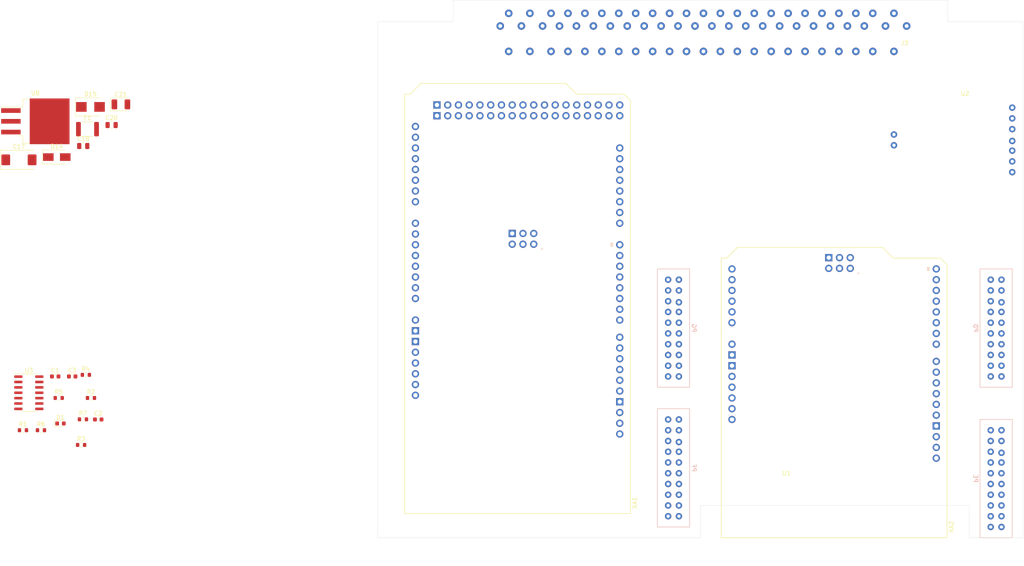
<source format=kicad_pcb>
(kicad_pcb (version 20211014) (generator pcbnew)
  (layers (0 "F.Cu" signal) (31 "B.Cu" signal) (34 "B.Paste" user) (35 "F.Paste" user) (36 "B.SilkS" user "B.Silkscreen") (37 "F.SilkS" user "F.Silkscreen") (38 "B.Mask" user) (39 "F.Mask" user) (44 "Edge.Cuts" user))
  (net 0 "")
  (net 1 "GND")
  (net 2 "12V-SW")
  (net 3 "VDD")
  (net 4 "VRegIn")
  (net 5 "VDDA")
  (net 267 "CANH")
  (net 268 "CANL")
  (net 269 "Net-(C1-Pad2)")
  (net 270 "Net-(C2-Pad2)")
  (net 271 "Net-(C3-Pad1)")
  (net 272 "T5_CPS")
  (net 273 "+3.3V")
  (net 274 "Net-(R3-Pad2)")
  (net 275 "MCU_CPS")
  (net 281 "MCU_IGN1")
  (net 282 "MCU_IGN2")
  (net 283 "MCU_IGN3")
  (net 284 "MCU_IGN4")
  (net 285 "MCU_INJ1")
  (net 286 "MCU_INJ2")
  (net 287 "MCU_INJ3")
  (net 288 "MCU_INJ4")
  (net 289 "Net-(D1-Pad1)")
  (footprint "Package_SO:SOIC-14_3.9x8.7mm_P1.27mm" (layer "F.Cu") (at -41.79 115.61)
    (fp_text reference "U3" (at 0 -5.28) (layer "F.SilkS"))
    (fp_text value "LM1815")
    (fp_line (start 0 4.435) (end 1.95 4.435) (layer "F.SilkS") (width 0.12))
    (fp_line (start 0 -4.435) (end 1.95 -4.435) (layer "F.SilkS") (width 0.12))
    (fp_line (start 0 -4.435) (end -3.45 -4.435) (layer "F.SilkS") (width 0.12))
    (fp_line (start 0 4.435) (end -1.95 4.435) (layer "F.SilkS") (width 0.12))
    (pad "1" smd roundrect (at -2.475 -3.81) (size 1.95 0.6) (layers "F.Cu" "F.Paste" "F.Mask"))
    (pad "2" smd roundrect (at -2.475 -2.54) (size 1.95 0.6) (layers "F.Cu" "F.Paste" "F.Mask") (net 1 "GND"))
    (pad "3" smd roundrect (at -2.475 -1.27) (size 1.95 0.6) (layers "F.Cu" "F.Paste" "F.Mask") (net 269 "Net-(C1-Pad2)"))
    (pad "4" smd roundrect (at -2.475 0) (size 1.95 0.6) (layers "F.Cu" "F.Paste" "F.Mask"))
    (pad "5" smd roundrect (at -2.475 1.27) (size 1.95 0.6) (layers "F.Cu" "F.Paste" "F.Mask") (net 274 "Net-(R3-Pad2)"))
    (pad "6" smd roundrect (at -2.475 2.54) (size 1.95 0.6) (layers "F.Cu" "F.Paste" "F.Mask"))
    (pad "7" smd roundrect (at -2.475 3.81) (size 1.95 0.6) (layers "F.Cu" "F.Paste" "F.Mask") (net 270 "Net-(C2-Pad2)"))
    (pad "8" smd roundrect (at 2.475 3.81) (size 1.95 0.6) (layers "F.Cu" "F.Paste" "F.Mask") (net 273 "+3.3V"))
    (pad "9" smd roundrect (at 2.475 2.54) (size 1.95 0.6) (layers "F.Cu" "F.Paste" "F.Mask") (net 1 "GND"))
    (pad "10" smd roundrect (at 2.475 1.27) (size 1.95 0.6) (layers "F.Cu" "F.Paste" "F.Mask"))
    (pad "11" smd roundrect (at 2.475 0) (size 1.95 0.6) (layers "F.Cu" "F.Paste" "F.Mask") (net 273 "+3.3V"))
    (pad "12" smd roundrect (at 2.475 -1.27) (size 1.95 0.6) (layers "F.Cu" "F.Paste" "F.Mask") (net 275 "MCU_CPS"))
    (pad "13" smd roundrect (at 2.475 -2.54) (size 1.95 0.6) (layers "F.Cu" "F.Paste" "F.Mask"))
    (pad "14" smd roundrect (at 2.475 -3.81) (size 1.95 0.6) (layers "F.Cu" "F.Paste" "F.Mask") (net 271 "Net-(C3-Pad1)"))
  )
  (footprint "Resistor_SMD:R_0603_1608Metric" (layer "F.Cu") (at -29.442742 127.935)
    (fp_text reference "R3" (at 0 -1.43) (layer "F.SilkS"))
    (fp_text value "1k")
    (fp_line (start -0.237258 0.5225) (end 0.237258 0.5225) (layer "F.SilkS") (width 0.12))
    (fp_line (start -0.237258 -0.5225) (end 0.237258 -0.5225) (layer "F.SilkS") (width 0.12))
    (pad "1" smd roundrect (at -0.825 0) (size 0.8 0.95) (layers "F.Cu" "F.Paste" "F.Mask") (net 273 "+3.3V"))
    (pad "2" smd roundrect (at 0.825 0) (size 0.8 0.95) (layers "F.Cu" "F.Paste" "F.Mask") (net 274 "Net-(R3-Pad2)"))
  )
  (footprint "LED_SMD:LED_0603_1608Metric" (layer "F.Cu") (at -34.32 122.87)
    (fp_text reference "D1" (at 0 -1.43) (layer "F.SilkS"))
    (fp_text value "LED")
    (fp_line (start -1.485 0.735) (end 0.8 0.735) (layer "F.SilkS") (width 0.12))
    (fp_line (start -1.485 -0.735) (end -1.485 0.735) (layer "F.SilkS") (width 0.12))
    (fp_line (start 0.8 -0.735) (end -1.485 -0.735) (layer "F.SilkS") (width 0.12))
    (pad "1" smd roundrect (at -0.7875 0) (size 0.875 0.95) (layers "F.Cu" "F.Paste" "F.Mask") (net 289 "Net-(D1-Pad1)"))
    (pad "2" smd roundrect (at 0.7875 0) (size 0.875 0.95) (layers "F.Cu" "F.Paste" "F.Mask") (net 273 "+3.3V"))
  )
  (footprint "Capacitor_SMD:C_0603_1608Metric" (layer "F.Cu") (at -31.55 111.76)
    (fp_text reference "C3" (at 0 -1.43) (layer "F.SilkS"))
    (fp_text value "0.75nF")
    (fp_line (start -0.14058 -0.51) (end 0.14058 -0.51) (layer "F.SilkS") (width 0.12))
    (fp_line (start -0.14058 0.51) (end 0.14058 0.51) (layer "F.SilkS") (width 0.12))
    (pad "1" smd roundrect (at -0.775 0) (size 0.9 0.95) (layers "F.Cu" "F.Paste" "F.Mask") (net 271 "Net-(C3-Pad1)"))
    (pad "2" smd roundrect (at 0.775 0) (size 0.9 0.95) (layers "F.Cu" "F.Paste" "F.Mask") (net 1 "GND"))
  )
  (footprint "Capacitor_Tantalum_SMD:CP_EIA-7343-31_Kemet-D" (layer "F.Cu") (at -44.135 60.59)
    (fp_text reference "C17" (at 0 -3.1) (layer "F.SilkS"))
    (fp_text value "10uF")
    (fp_line (start -4.41 -2.26) (end -4.41 2.26) (layer "F.SilkS") (width 0.12))
    (fp_line (start 3.65 -2.26) (end -4.41 -2.26) (layer "F.SilkS") (width 0.12))
    (fp_line (start -4.41 2.26) (end 3.65 2.26) (layer "F.SilkS") (width 0.12))
    (pad "1" smd roundrect (at -3.1125 0) (size 2.075 2.55) (layers "F.Cu" "F.Paste" "F.Mask") (roundrect_rratio 0.120482) (net 4 "VRegIn"))
    (pad "2" smd roundrect (at 3.1125 0) (size 2.075 2.55) (layers "F.Cu" "F.Paste" "F.Mask") (roundrect_rratio 0.120482) (net 1 "GND"))
  )
  (footprint "saab_lib:trionic5_header" (layer "F.Cu") (at 162.56 34.98 180)
    (fp_text reference "J3" (at -2.54 1.96 unlocked) (layer "F.SilkS"))
    (fp_text value "trionic5_header")
    (pad "1" thru_hole circle (at 0 0 180) (size 1.8 1.8) (drill 0.9) (layers *.Cu *.Mask))
    (pad "2" thru_hole circle (at 5 0 180) (size 1.8 1.8) (drill 0.9) (layers *.Cu *.Mask))
    (pad "3" thru_hole circle (at 9 0 180) (size 1.8 1.8) (drill 0.9) (layers *.Cu *.Mask))
    (pad "4" thru_hole circle (at 13 0 180) (size 1.8 1.8) (drill 0.9) (layers *.Cu *.Mask))
    (pad "5" thru_hole circle (at 17 0 180) (size 1.8 1.8) (drill 0.9) (layers *.Cu *.Mask))
    (pad "6" thru_hole circle (at 21 0 180) (size 1.8 1.8) (drill 0.9) (layers *.Cu *.Mask))
    (pad "7" thru_hole circle (at 25 0 180) (size 1.8 1.8) (drill 0.9) (layers *.Cu *.Mask))
    (pad "8" thru_hole circle (at 29 0 180) (size 1.8 1.8) (drill 0.9) (layers *.Cu *.Mask))
    (pad "9" thru_hole circle (at 33 0 180) (size 1.8 1.8) (drill 0.9) (layers *.Cu *.Mask))
    (pad "10" thru_hole circle (at 37 0 180) (size 1.8 1.8) (drill 0.9) (layers *.Cu *.Mask))
    (pad "11" thru_hole circle (at 41 0 180) (size 1.8 1.8) (drill 0.9) (layers *.Cu *.Mask))
    (pad "12" thru_hole circle (at 45 0 180) (size 1.8 1.8) (drill 0.9) (layers *.Cu *.Mask))
    (pad "13" thru_hole circle (at 49 0 180) (size 1.8 1.8) (drill 0.9) (layers *.Cu *.Mask))
    (pad "14" thru_hole circle (at 53 0 180) (size 1.8 1.8) (drill 0.9) (layers *.Cu *.Mask))
    (pad "15" thru_hole circle (at 57 0 180) (size 1.8 1.8) (drill 0.9) (layers *.Cu *.Mask))
    (pad "16" thru_hole circle (at 61 0 180) (size 1.8 1.8) (drill 0.9) (layers *.Cu *.Mask))
    (pad "17" thru_hole circle (at 65 0 180) (size 1.8 1.8) (drill 0.9) (layers *.Cu *.Mask))
    (pad "18" thru_hole circle (at 69 0 180) (size 1.8 1.8) (drill 0.9) (layers *.Cu *.Mask))
    (pad "19" thru_hole circle (at 73 0 180) (size 1.8 1.8) (drill 0.9) (layers *.Cu *.Mask))
    (pad "20" thru_hole circle (at 77 0 180) (size 1.8 1.8) (drill 0.9) (layers *.Cu *.Mask))
    (pad "21" thru_hole circle (at 81 0 180) (size 1.8 1.8) (drill 0.9) (layers *.Cu *.Mask))
    (pad "22" thru_hole circle (at 86 0 180) (size 1.8 1.8) (drill 0.9) (layers *.Cu *.Mask))
    (pad "23" thru_hole circle (at 91 0 180) (size 1.8 1.8) (drill 0.9) (layers *.Cu *.Mask))
    (pad "24" thru_hole circle (at -3 6 180) (size 1.8 1.8) (drill 0.9) (layers *.Cu *.Mask))
    (pad "25" thru_hole circle (at 2 6 180) (size 1.8 1.8) (drill 0.9) (layers *.Cu *.Mask))
    (pad "26" thru_hole circle (at 7 6 180) (size 1.8 1.8) (drill 0.9) (layers *.Cu *.Mask))
    (pad "27" thru_hole circle (at 11 6 180) (size 1.8 1.8) (drill 0.9) (layers *.Cu *.Mask))
    (pad "28" thru_hole circle (at 15 6 180) (size 1.8 1.8) (drill 0.9) (layers *.Cu *.Mask))
    (pad "29" thru_hole circle (at 19 6 180) (size 1.8 1.8) (drill 0.9) (layers *.Cu *.Mask))
    (pad "30" thru_hole circle (at 23 6 180) (size 1.8 1.8) (drill 0.9) (layers *.Cu *.Mask))
    (pad "31" thru_hole circle (at 27 6 180) (size 1.8 1.8) (drill 0.9) (layers *.Cu *.Mask))
    (pad "32" thru_hole circle (at 31 6 180) (size 1.8 1.8) (drill 0.9) (layers *.Cu *.Mask))
    (pad "33" thru_hole circle (at 35 6 180) (size 1.8 1.8) (drill 0.9) (layers *.Cu *.Mask))
    (pad "34" thru_hole circle (at 39 6 180) (size 1.8 1.8) (drill 0.9) (layers *.Cu *.Mask))
    (pad "35" thru_hole circle (at 43 6 180) (size 1.8 1.8) (drill 0.9) (layers *.Cu *.Mask))
    (pad "36" thru_hole circle (at 47 6 180) (size 1.8 1.8) (drill 0.9) (layers *.Cu *.Mask))
    (pad "37" thru_hole circle (at 51 6 180) (size 1.8 1.8) (drill 0.9) (layers *.Cu *.Mask))
    (pad "38" thru_hole circle (at 55 6 180) (size 1.8 1.8) (drill 0.9) (layers *.Cu *.Mask))
    (pad "39" thru_hole circle (at 59 6 180) (size 1.8 1.8) (drill 0.9) (layers *.Cu *.Mask))
    (pad "40" thru_hole circle (at 63 6 180) (size 1.8 1.8) (drill 0.9) (layers *.Cu *.Mask))
    (pad "41" thru_hole circle (at 67 6 180) (size 1.8 1.8) (drill 0.9) (layers *.Cu *.Mask))
    (pad "42" thru_hole circle (at 71 6 180) (size 1.8 1.8) (drill 0.9) (layers *.Cu *.Mask))
    (pad "43" thru_hole circle (at 75 6 180) (size 1.8 1.8) (drill 0.9) (layers *.Cu *.Mask))
    (pad "44" thru_hole circle (at 79 6 180) (size 1.8 1.8) (drill 0.9) (layers *.Cu *.Mask))
    (pad "45" thru_hole circle (at 83 6 180) (size 1.8 1.8) (drill 0.9) (layers *.Cu *.Mask))
    (pad "46" thru_hole circle (at 88 6 180) (size 1.8 1.8) (drill 0.9) (layers *.Cu *.Mask))
    (pad "47" thru_hole circle (at 93 6 180) (size 1.8 1.8) (drill 0.9) (layers *.Cu *.Mask))
    (pad "48" thru_hole circle (at 0 9 180) (size 1.8 1.8) (drill 0.9) (layers *.Cu *.Mask))
    (pad "49" thru_hole circle (at 5 9 180) (size 1.8 1.8) (drill 0.9) (layers *.Cu *.Mask))
    (pad "50" thru_hole circle (at 9 9 180) (size 1.8 1.8) (drill 0.9) (layers *.Cu *.Mask))
    (pad "51" thru_hole circle (at 13 9 180) (size 1.8 1.8) (drill 0.9) (layers *.Cu *.Mask))
    (pad "52" thru_hole circle (at 17 9 180) (size 1.8 1.8) (drill 0.9) (layers *.Cu *.Mask))
    (pad "53" thru_hole circle (at 21 9 180) (size 1.8 1.8) (drill 0.9) (layers *.Cu *.Mask))
    (pad "54" thru_hole circle (at 25 9 180) (size 1.8 1.8) (drill 0.9) (layers *.Cu *.Mask))
    (pad "55" thru_hole circle (at 29 9 180) (size 1.8 1.8) (drill 0.9) (layers *.Cu *.Mask))
    (pad "56" thru_hole circle (at 33 9 180) (size 1.8 1.8) (drill 0.9) (layers *.Cu *.Mask))
    (pad "57" thru_hole circle (at 37 9 180) (size 1.8 1.8) (drill 0.9) (layers *.Cu *.Mask))
    (pad "58" thru_hole circle (at 41 9 180) (size 1.8 1.8) (drill 0.9) (layers *.Cu *.Mask))
    (pad "59" thru_hole circle (at 45 9 180) (size 1.8 1.8) (drill 0.9) (layers *.Cu *.Mask))
    (pad "60" thru_hole circle (at 49 9 180) (size 1.8 1.8) (drill 0.9) (layers *.Cu *.Mask))
    (pad "61" thru_hole circle (at 53 9 180) (size 1.8 1.8) (drill 0.9) (layers *.Cu *.Mask))
    (pad "62" thru_hole circle (at 57 9 180) (size 1.8 1.8) (drill 0.9) (layers *.Cu *.Mask) (net 267 "CANH"))
    (pad "63" thru_hole circle (at 61 9 180) (size 1.8 1.8) (drill 0.9) (layers *.Cu *.Mask) (net 268 "CANL"))
    (pad "64" thru_hole circle (at 65 9 180) (size 1.8 1.8) (drill 0.9) (layers *.Cu *.Mask))
    (pad "65" thru_hole circle (at 69 9 180) (size 1.8 1.8) (drill 0.9) (layers *.Cu *.Mask))
    (pad "66" thru_hole circle (at 73 9 180) (size 1.8 1.8) (drill 0.9) (layers *.Cu *.Mask))
    (pad "67" thru_hole circle (at 77 9 180) (size 1.8 1.8) (drill 0.9) (layers *.Cu *.Mask))
    (pad "68" thru_hole circle (at 81 9 180) (size 1.8 1.8) (drill 0.9) (layers *.Cu *.Mask))
    (pad "69" thru_hole circle (at 86 9 180) (size 1.8 1.8) (drill 0.9) (layers *.Cu *.Mask))
    (pad "70" thru_hole circle (at 91 9 180) (size 1.8 1.8) (drill 0.9) (layers *.Cu *.Mask))
  )
  (footprint "Capacitor_Tantalum_SMD:CP_EIA-3528-21_Kemet-B" (layer "F.Cu") (at -20.045 47.49)
    (fp_text reference "C21" (at 0 -2.35) (layer "F.SilkS"))
    (fp_text value "47uF")
    (fp_line (start -2.46 -1.51) (end -2.46 1.51) (layer "F.SilkS") (width 0.12))
    (fp_line (start 1.75 -1.51) (end -2.46 -1.51) (layer "F.SilkS") (width 0.12))
    (fp_line (start -2.46 1.51) (end 1.75 1.51) (layer "F.SilkS") (width 0.12))
    (pad "1" smd roundrect (at -1.5375 0) (size 1.325 2.35) (layers "F.Cu" "F.Paste" "F.Mask") (roundrect_rratio 0.188679) (net 3 "VDD"))
    (pad "2" smd roundrect (at 1.5375 0) (size 1.325 2.35) (layers "F.Cu" "F.Paste" "F.Mask") (roundrect_rratio 0.188679) (net 1 "GND"))
  )
  (footprint "Package_TO_SOT_SMD:TO-263-3_TabPin2" (layer "F.Cu") (at -40.26 51.49)
    (fp_text reference "U8" (at 0 -6.65) (layer "F.SilkS"))
    (fp_text value "LM2940S-5.0/NOPB")
    (fp_line (start -1.45 5.2) (end -2.95 5.2) (layer "F.SilkS") (width 0.12))
    (fp_line (start -2.95 5.2) (end -2.95 3.39) (layer "F.SilkS") (width 0.12))
    (fp_line (start -2.95 3.39) (end -4.05 3.39) (layer "F.SilkS") (width 0.12))
    (fp_line (start -2.95 -5.2) (end -2.95 -3.39) (layer "F.SilkS") (width 0.12))
    (fp_line (start -2.95 -3.39) (end -8.075 -3.39) (layer "F.SilkS") (width 0.12))
    (fp_line (start -1.45 -5.2) (end -2.95 -5.2) (layer "F.SilkS") (width 0.12))
    (pad "1" smd rect (at -5.775 -2.54) (size 4.6 1.1) (layers "F.Cu" "F.Paste" "F.Mask") (net 4 "VRegIn"))
    (pad "2" smd rect (at -5.775 0) (size 4.6 1.1) (layers "F.Cu" "F.Paste" "F.Mask") (net 1 "GND"))
    (pad "2" smd rect (at 3.375 0) (size 9.4 10.8) (layers "F.Cu" "F.Mask") (net 1 "GND"))
    (pad "3" smd rect (at -5.775 2.54) (size 4.6 1.1) (layers "F.Cu" "F.Paste" "F.Mask") (net 3 "VDD"))
  )
  (footprint "Resistor_SMD:R_0603_1608Metric" (layer "F.Cu") (at -38.925 124.46)
    (fp_text reference "R6" (at 0 -1.43) (layer "F.SilkS"))
    (fp_text value "10k")
    (fp_line (start -0.237258 -0.5225) (end 0.237258 -0.5225) (layer "F.SilkS") (width 0.12))
    (fp_line (start -0.237258 0.5225) (end 0.237258 0.5225) (layer "F.SilkS") (width 0.12))
    (pad "1" smd roundrect (at -0.825 0) (size 0.8 0.95) (layers "F.Cu" "F.Paste" "F.Mask") (net 273 "+3.3V"))
    (pad "2" smd roundrect (at 0.825 0) (size 0.8 0.95) (layers "F.Cu" "F.Paste" "F.Mask") (net 271 "Net-(C3-Pad1)"))
  )
  (footprint "Resistor_SMD:R_0603_1608Metric" (layer "F.Cu") (at -29.01 121.88)
    (fp_text reference "R7" (at 0 -1.43) (layer "F.SilkS"))
    (fp_text value "1k")
    (fp_line (start -0.237258 -0.5225) (end 0.237258 -0.5225) (layer "F.SilkS") (width 0.12))
    (fp_line (start -0.237258 0.5225) (end 0.237258 0.5225) (layer "F.SilkS") (width 0.12))
    (pad "1" smd roundrect (at -0.825 0) (size 0.8 0.95) (layers "F.Cu" "F.Paste" "F.Mask") (net 275 "MCU_CPS"))
    (pad "2" smd roundrect (at 0.825 0) (size 0.8 0.95) (layers "F.Cu" "F.Paste" "F.Mask") (net 289 "Net-(D1-Pad1)"))
  )
  (footprint "Fuse:Fuse_1812_4532Metric" (layer "F.Cu") (at -27.94 53.34)
    (fp_text reference "F1" (at 0 -2.65) (layer "F.SilkS"))
    (fp_text value "Polyfuse")
    (fp_line (start -1.386252 1.71) (end 1.386252 1.71) (layer "F.SilkS") (width 0.12))
    (fp_line (start -1.386252 -1.71) (end 1.386252 -1.71) (layer "F.SilkS") (width 0.12))
    (pad "1" smd roundrect (at -2.1375 0) (size 1.125 3.4) (layers "F.Cu" "F.Paste" "F.Mask") (roundrect_rratio 0.222222) (net 5 "VDDA"))
    (pad "2" smd roundrect (at 2.1375 0) (size 1.125 3.4) (layers "F.Cu" "F.Paste" "F.Mask") (roundrect_rratio 0.222222) (net 3 "VDD"))
  )
  (footprint "Capacitor_SMD:C_0805_2012Metric" (layer "F.Cu") (at -22.24 52.37)
    (fp_text reference "C20" (at 0 -1.68) (layer "F.SilkS"))
    (fp_text value "0.1uF")
    (fp_line (start -0.261252 0.735) (end 0.261252 0.735) (layer "F.SilkS") (width 0.12))
    (fp_line (start -0.261252 -0.735) (end 0.261252 -0.735) (layer "F.SilkS") (width 0.12))
    (pad "1" smd roundrect (at -0.95 0) (size 1 1.45) (layers "F.Cu" "F.Paste" "F.Mask") (net 3 "VDD"))
    (pad "2" smd roundrect (at 0.95 0) (size 1 1.45) (layers "F.Cu" "F.Paste" "F.Mask") (net 1 "GND"))
  )
  (footprint "Capacitor_SMD:C_0603_1608Metric" (layer "F.Cu") (at -25.4 121.92)
    (fp_text reference "C2" (at 0 -1.43) (layer "F.SilkS"))
    (fp_text value "10nF")
    (fp_line (start -0.14058 0.51) (end 0.14058 0.51) (layer "F.SilkS") (width 0.12))
    (fp_line (start -0.14058 -0.51) (end 0.14058 -0.51) (layer "F.SilkS") (width 0.12))
    (pad "1" smd roundrect (at -0.775 0) (size 0.9 0.95) (layers "F.Cu" "F.Paste" "F.Mask") (net 1 "GND"))
    (pad "2" smd roundrect (at 0.775 0) (size 0.9 0.95) (layers "F.Cu" "F.Paste" "F.Mask") (net 270 "Net-(C2-Pad2)"))
  )
  (footprint "Capacitor_SMD:C_0603_1608Metric" (layer "F.Cu") (at -35.56 111.76)
    (fp_text reference "C1" (at 0 -1.43) (layer "F.SilkS"))
    (fp_text value "1nF")
    (fp_line (start -0.14058 0.51) (end 0.14058 0.51) (layer "F.SilkS") (width 0.12))
    (fp_line (start -0.14058 -0.51) (end 0.14058 -0.51) (layer "F.SilkS") (width 0.12))
    (pad "1" smd roundrect (at -0.775 0) (size 0.9 0.95) (layers "F.Cu" "F.Paste" "F.Mask") (net 1 "GND"))
    (pad "2" smd roundrect (at 0.775 0) (size 0.9 0.95) (layers "F.Cu" "F.Paste" "F.Mask") (net 269 "Net-(C1-Pad2)"))
  )
  (footprint "Resistor_SMD:R_0603_1608Metric" (layer "F.Cu") (at -27.115 116.84)
    (fp_text reference "R2" (at 0 -1.43) (layer "F.SilkS"))
    (fp_text value "68k")
    (fp_line (start -0.237258 0.5225) (end 0.237258 0.5225) (layer "F.SilkS") (width 0.12))
    (fp_line (start -0.237258 -0.5225) (end 0.237258 -0.5225) (layer "F.SilkS") (width 0.12))
    (pad "1" smd roundrect (at -0.825 0) (size 0.8 0.95) (layers "F.Cu" "F.Paste" "F.Mask") (net 272 "T5_CPS"))
    (pad "2" smd roundrect (at 0.825 0) (size 0.8 0.95) (layers "F.Cu" "F.Paste" "F.Mask") (net 269 "Net-(C1-Pad2)"))
  )
  (footprint "Diode_SMD:D_SMB" (layer "F.Cu") (at -27.24 48.09)
    (fp_text reference "D15" (at 0 -3) (layer "F.SilkS"))
    (fp_text value "D_TVS")
    (fp_line (start -3.55 -2.15) (end -3.55 2.15) (layer "F.SilkS") (width 0.12))
    (fp_line (start -3.55 -2.15) (end 2.15 -2.15) (layer "F.SilkS") (width 0.12))
    (fp_line (start -3.55 2.15) (end 2.15 2.15) (layer "F.SilkS") (width 0.12))
    (pad "1" smd rect (at -2.15 0) (size 2.5 2.3) (layers "F.Cu" "F.Paste" "F.Mask") (net 4 "VRegIn"))
    (pad "2" smd rect (at 2.15 0) (size 2.5 2.3) (layers "F.Cu" "F.Paste" "F.Mask") (net 1 "GND"))
  )
  (footprint "Resistor_SMD:R_0603_1608Metric" (layer "F.Cu") (at -28.32 111.38)
    (fp_text reference "R4" (at 0 -1.43) (layer "F.SilkS"))
    (fp_text value "100k")
    (fp_line (start -0.237258 0.5225) (end 0.237258 0.5225) (layer "F.SilkS") (width 0.12))
    (fp_line (start -0.237258 -0.5225) (end 0.237258 -0.5225) (layer "F.SilkS") (width 0.12))
    (pad "1" smd roundrect (at -0.825 0) (size 0.8 0.95) (layers "F.Cu" "F.Paste" "F.Mask") (net 270 "Net-(C2-Pad2)"))
    (pad "2" smd roundrect (at 0.825 0) (size 0.8 0.95) (layers "F.Cu" "F.Paste" "F.Mask") (net 1 "GND"))
  )
  (footprint "Capacitor_SMD:C_0805_2012Metric" (layer "F.Cu") (at -28.94 57.32)
    (fp_text reference "C18" (at 0 -1.68) (layer "F.SilkS"))
    (fp_text value "0.1uF")
    (fp_line (start -0.261252 0.735) (end 0.261252 0.735) (layer "F.SilkS") (width 0.12))
    (fp_line (start -0.261252 -0.735) (end 0.261252 -0.735) (layer "F.SilkS") (width 0.12))
    (pad "1" smd roundrect (at -0.95 0) (size 1 1.45) (layers "F.Cu" "F.Paste" "F.Mask") (net 4 "VRegIn"))
    (pad "2" smd roundrect (at 0.95 0) (size 1 1.45) (layers "F.Cu" "F.Paste" "F.Mask") (net 1 "GND"))
  )
  (footprint "Diode_SMD:D_SMA" (layer "F.Cu") (at -35.19 59.94)
    (fp_text reference "D14" (at 0 -2.5) (layer "F.SilkS"))
    (fp_text value "B130-13-F")
    (fp_line (start -3.4 1.65) (end 2 1.65) (layer "F.SilkS") (width 0.12))
    (fp_line (start -3.4 -1.65) (end 2 -1.65) (layer "F.SilkS") (width 0.12))
    (fp_line (start -3.4 -1.65) (end -3.4 1.65) (layer "F.SilkS") (width 0.12))
    (pad "1" smd rect (at -2 0) (size 2.5 1.8) (layers "F.Cu" "F.Paste" "F.Mask") (net 4 "VRegIn"))
    (pad "2" smd rect (at 2 0) (size 2.5 1.8) (layers "F.Cu" "F.Paste" "F.Mask") (net 2 "12V-SW"))
  )
  (footprint "Resistor_SMD:R_0603_1608Metric" (layer "F.Cu") (at -43.18 124.46)
    (fp_text reference "R1" (at 0 -1.43) (layer "F.SilkS"))
    (fp_text value "1M")
    (fp_line (start -0.237258 -0.5225) (end 0.237258 -0.5225) (layer "F.SilkS") (width 0.12))
    (fp_line (start -0.237258 0.5225) (end 0.237258 0.5225) (layer "F.SilkS") (width 0.12))
    (pad "1" smd roundrect (at -0.825 0) (size 0.8 0.95) (layers "F.Cu" "F.Paste" "F.Mask") (net 269 "Net-(C1-Pad2)"))
    (pad "2" smd roundrect (at 0.825 0) (size 0.8 0.95) (layers "F.Cu" "F.Paste" "F.Mask") (net 1 "GND"))
  )
  (footprint "Resistor_SMD:R_0603_1608Metric" (layer "F.Cu") (at -34.735 116.84)
    (fp_text reference "R5" (at 0 -1.43) (layer "F.SilkS"))
    (fp_text value "10k")
    (fp_line (start -0.237258 -0.5225) (end 0.237258 -0.5225) (layer "F.SilkS") (width 0.12))
    (fp_line (start -0.237258 0.5225) (end 0.237258 0.5225) (layer "F.SilkS") (width 0.12))
    (pad "1" smd roundrect (at -0.825 0) (size 0.8 0.95) (layers "F.Cu" "F.Paste" "F.Mask") (net 273 "+3.3V"))
    (pad "2" smd roundrect (at 0.825 0) (size 0.8 0.95) (layers "F.Cu" "F.Paste" "F.Mask") (net 275 "MCU_CPS"))
  )
  (footprint "PCM_arduino-library:Arduino_Mega2560_Shield" (layer "B.Cu") (at 46.99 144.15 90)
    (fp_text reference "XA1" (at 2.54 54.356 90) (layer "F.SilkS"))
    (fp_text value "Arduino_Mega2560_Shield")
    (fp_text user "." (at 62.484 32.004 90) (layer "B.SilkS") (effects (justify mirror)))
    (fp_text user "D0" (at 63.5 48.895 270 unlocked) (layer "B.SilkS") (effects (font (size 0.5 0.5) (thickness 0.075)) (justify mirror)))
    (fp_text user "D0" (at 63.5 48.895 270 unlocked) (layer "F.SilkS") (effects (font (size 0.5 0.5) (thickness 0.075))))
    (fp_text user "." (at 62.484 32.004 90) (layer "F.SilkS"))
    (fp_line (start 99.06 0) (end 99.06 1.27) (layer "F.SilkS") (width 0.15))
    (fp_line (start 101.6 3.81) (end 101.6 38.1) (layer "F.SilkS") (width 0.15))
    (fp_line (start 97.536 53.34) (end 99.06 51.816) (layer "F.SilkS") (width 0.15))
    (fp_line (start 0 53.34) (end 0 0) (layer "F.SilkS") (width 0.15))
    (fp_line (start 101.6 38.1) (end 99.06 40.64) (layer "F.SilkS") (width 0.15))
    (fp_line (start 99.06 1.27) (end 101.6 3.81) (layer "F.SilkS") (width 0.15))
    (fp_line (start 99.06 40.64) (end 99.06 51.816) (layer "F.SilkS") (width 0.15))
    (fp_line (start 0 0) (end 99.06 0) (layer "F.SilkS") (width 0.15))
    (fp_line (start 0 53.34) (end 97.536 53.34) (layer "F.SilkS") (width 0.15))
    (pad "" np_thru_hole circle (at 66.04 35.56 90) (size 3.2 3.2) (drill 3.2) (layers *.Cu *.Mask))
    (pad "" np_thru_hole circle (at 66.04 7.62 90) (size 3.2 3.2) (drill 3.2) (layers *.Cu *.Mask))
    (pad "" np_thru_hole circle (at 90.17 50.8 90) (size 3.2 3.2) (drill 3.2) (layers *.Cu *.Mask))
    (pad "" np_thru_hole circle (at 96.52 2.54 90) (size 3.2 3.2) (drill 3.2) (layers *.Cu *.Mask))
    (pad "" thru_hole oval (at 27.94 2.54 90) (size 1.7272 1.7272) (drill 1.016) (layers *.Cu *.Mask))
    (pad "" np_thru_hole circle (at 15.24 50.8 90) (size 3.2 3.2) (drill 3.2) (layers *.Cu *.Mask))
    (pad "" np_thru_hole circle (at 13.97 2.54 90) (size 3.2 3.2) (drill 3.2) (layers *.Cu *.Mask))
    (pad "3V3" thru_hole oval (at 35.56 2.54 90) (size 1.7272 1.7272) (drill 1.016) (layers *.Cu *.Mask))
    (pad "5V1" thru_hole oval (at 38.1 2.54 90) (size 1.7272 1.7272) (drill 1.016) (layers *.Cu *.Mask))
    (pad "5V2" thru_hole oval (at 66.167 30.48 90) (size 1.7272 1.7272) (drill 1.016) (layers *.Cu *.Mask))
    (pad "5V3" thru_hole oval (at 93.98 50.8 90) (size 1.7272 1.7272) (drill 1.016) (layers *.Cu *.Mask))
    (pad "5V4" thru_hole oval (at 96.52 50.8 90) (size 1.7272 1.7272) (drill 1.016) (layers *.Cu *.Mask))
    (pad "A0" thru_hole oval (at 50.8 2.54 90) (size 1.7272 1.7272) (drill 1.016) (layers *.Cu *.Mask))
    (pad "A1" thru_hole oval (at 53.34 2.54 90) (size 1.7272 1.7272) (drill 1.016) (layers *.Cu *.Mask))
    (pad "A2" thru_hole oval (at 55.88 2.54 90) (size 1.7272 1.7272) (drill 1.016) (layers *.Cu *.Mask))
    (pad "A3" thru_hole oval (at 58.42 2.54 90) (size 1.7272 1.7272) (drill 1.016) (layers *.Cu *.Mask))
    (pad "A4" thru_hole oval (at 60.96 2.54 90) (size 1.7272 1.7272) (drill 1.016) (layers *.Cu *.Mask))
    (pad "A5" thru_hole oval (at 63.5 2.54 90) (size 1.7272 1.7272) (drill 1.016) (layers *.Cu *.Mask))
    (pad "A6" thru_hole oval (at 66.04 2.54 90) (size 1.7272 1.7272) (drill 1.016) (layers *.Cu *.Mask))
    (pad "A7" thru_hole oval (at 68.58 2.54 90) (size 1.7272 1.7272) (drill 1.016) (layers *.Cu *.Mask))
    (pad "A8" thru_hole oval (at 73.66 2.54 90) (size 1.7272 1.7272) (drill 1.016) (layers *.Cu *.Mask))
    (pad "A9" thru_hole oval (at 76.2 2.54 90) (size 1.7272 1.7272) (drill 1.016) (layers *.Cu *.Mask))
    (pad "A10" thru_hole oval (at 78.74 2.54 90) (size 1.7272 1.7272) (drill 1.016) (layers *.Cu *.Mask))
    (pad "A11" thru_hole oval (at 81.28 2.54 90) (size 1.7272 1.7272) (drill 1.016) (layers *.Cu *.Mask))
    (pad "A12" thru_hole oval (at 83.82 2.54 90) (size 1.7272 1.7272) (drill 1.016) (layers *.Cu *.Mask))
    (pad "A13" thru_hole oval (at 86.36 2.54 90) (size 1.7272 1.7272) (drill 1.016) (layers *.Cu *.Mask))
    (pad "A14" thru_hole oval (at 88.9 2.54 90) (size 1.7272 1.7272) (drill 1.016) (layers *.Cu *.Mask))
    (pad "A15" thru_hole oval (at 91.44 2.54 90) (size 1.7272 1.7272) (drill 1.016) (layers *.Cu *.Mask))
    (pad "AREF" thru_hole oval (at 23.876 50.8 90) (size 1.7272 1.7272) (drill 1.016) (layers *.Cu *.Mask))
    (pad "D0" thru_hole oval (at 63.5 50.8 90) (size 1.7272 1.7272) (drill 1.016) (layers *.Cu *.Mask))
    (pad "D1" thru_hole oval (at 60.96 50.8 90) (size 1.7272 1.7272) (drill 1.016) (layers *.Cu *.Mask))
    (pad "D2" thru_hole oval (at 58.42 50.8 90) (size 1.7272 1.7272) (drill 1.016) (layers *.Cu *.Mask))
    (pad "D3" thru_hole oval (at 55.88 50.8 90) (size 1.7272 1.7272) (drill 1.016) (layers *.Cu *.Mask) (net 275 "MCU_CPS"))
    (pad "D4" thru_hole oval (at 53.34 50.8 90) (size 1.7272 1.7272) (drill 1.016) (layers *.Cu *.Mask) (net 281 "MCU_IGN1"))
    (pad "D5" thru_hole oval (at 50.8 50.8 90) (size 1.7272 1.7272) (drill 1.016) (layers *.Cu *.Mask) (net 282 "MCU_IGN2"))
    (pad "D6" thru_hole oval (at 48.26 50.8 90) (size 1.7272 1.7272) (drill 1.016) (layers *.Cu *.Mask) (net 283 "MCU_IGN3"))
    (pad "D7" thru_hole oval (at 45.72 50.8 90) (size 1.7272 1.7272) (drill 1.016) (layers *.Cu *.Mask) (net 284 "MCU_IGN4"))
    (pad "D8" thru_hole oval (at 41.656 50.8 90) (size 1.7272 1.7272) (drill 1.016) (layers *.Cu *.Mask) (net 285 "MCU_INJ1"))
    (pad "D9" thru_hole oval (at 39.116 50.8 90) (size 1.7272 1.7272) (drill 1.016) (layers *.Cu *.Mask) (net 286 "MCU_INJ2"))
    (pad "D10" thru_hole oval (at 36.576 50.8 90) (size 1.7272 1.7272) (drill 1.016) (layers *.Cu *.Mask) (net 287 "MCU_INJ3"))
    (pad "D11" thru_hole oval (at 34.036 50.8 90) (size 1.7272 1.7272) (drill 1.016) (layers *.Cu *.Mask) (net 288 "MCU_INJ4"))
    (pad "D12" thru_hole oval (at 31.496 50.8 90) (size 1.7272 1.7272) (drill 1.016) (layers *.Cu *.Mask))
    (pad "D13" thru_hole oval (at 28.956 50.8 90) (size 1.7272 1.7272) (drill 1.016) (layers *.Cu *.Mask))
    (pad "D14" thru_hole oval (at 68.58 50.8 90) (size 1.7272 1.7272) (drill 1.016) (layers *.Cu *.Mask))
    (pad "D15" thru_hole oval (at 71.12 50.8 90) (size 1.7272 1.7272) (drill 1.016) (layers *.Cu *.Mask))
    (pad "D16" thru_hole oval (at 73.66 50.8 90) (size 1.7272 1.7272) (drill 1.016) (layers *.Cu *.Mask))
    (pad "D17" thru_hole oval (at 76.2 50.8 90) (size 1.7272 1.7272) (drill 1.016) (layers *.Cu *.Mask))
    (pad "D18" thru_hole oval (at 78.74 50.8 90) (size 1.7272 1.7272) (drill 1.016) (layers *.Cu *.Mask))
    (pad "D19" thru_hole oval (at 81.28 50.8 90) (size 1.7272 1.7272) (drill 1.016) (layers *.Cu *.Mask))
    (pad "D20" thru_hole oval (at 83.82 50.8 90) (size 1.7272 1.7272) (drill 1.016) (layers *.Cu *.Mask))
    (pad "D21" thru_hole oval (at 86.36 50.8 90) (size 1.7272 1.7272) (drill 1.016) (layers *.Cu *.Mask))
    (pad "D22" thru_hole oval (at 93.98 48.26 90) (size 1.7272 1.7272) (drill 1.016) (layers *.Cu *.Mask))
    (pad "D23" thru_hole oval (at 96.52 48.26 90) (size 1.7272 1.7272) (drill 1.016) (layers *.Cu *.Mask))
    (pad "D24" thru_hole oval (at 93.98 45.72 90) (size 1.7272 1.7272) (drill 1.016) (layers *.Cu *.Mask))
    (pad "D25" thru_hole oval (at 96.52 45.72 90) (size 1.7272 1.7272) (drill 1.016) (layers *.Cu *.Mask))
    (pad "D26" thru_hole oval (at 93.98 43.18 90) (size 1.7272 1.7272) (drill 1.016) (layers *.Cu *.Mask))
    (pad "D27" thru_hole oval (at 96.52 43.18 90) (size 1.7272 1.7272) (drill 1.016) (layers *.Cu *.Mask))
    (pad "D28" thru_hole oval (at 93.98 40.64 90) (size 1.7272 1.7272) (drill 1.016) (layers *.Cu *.Mask))
    (pad "D29" thru_hole oval (at 96.52 40.64 90) (size 1.7272 1.7272) (drill 1.016) (layers *.Cu *.Mask))
    (pad "D30" thru_hole oval (at 93.98 38.1 90) (size 1.7272 1.7272) (drill 1.016) (layers *.Cu *.Mask))
    (pad "D31" thru_hole oval (at 96.52 38.1 90) (size 1.7272 1.7272) (drill 1.016) (layers *.Cu *.Mask))
    (pad "D32" thru_hole oval (at 93.98 35.56 90) (size 1.7272 1.7272) (drill 1.016) (layers *.Cu *.Mask))
    (pad "D33" thru_hole oval (at 96.52 35.56 90) (size 1.7272 1.7272) (drill 1.016) (layers *.Cu *.Mask))
    (pad "D34" thru_hole oval (at 93.98 33.02 90) (size 1.7272 1.7272) (drill 1.016) (layers *.Cu *.Mask))
    (pad "D35" thru_hole oval (at 96.52 33.02 90) (size 1.7272 1.7272) (drill 1.016) (layers *.Cu *.Mask))
    (pad "D36" thru_hole oval (at 93.98 30.48 90) (size 1.7272 1.7272) (drill 1.016) (layers *.Cu *.Mask))
    (pad "D37" thru_hole oval (at 96.52 30.48 90) (size 1.7272 1.7272) (drill 1.016) (layers *.Cu *.Mask))
    (pad "D38" thru_hole oval (at 93.98 27.94 90) (size 1.7272 1.7272) (drill 1.016) (layers *.Cu *.Mask))
    (pad "D39" thru_hole oval (at 96.52 27.94 90) (size 1.7272 1.7272) (drill 1.016) (layers *.Cu *.Mask))
    (pad "D40" thru_hole oval (at 93.98 25.4 90) (size 1.7272 1.7272) (drill 1.016) (layers *.Cu *.Mask))
    (pad "D41" thru_hole oval (at 96.52 25.4 90) (size 1.7272 1.7272) (drill 1.016) (layers *.Cu *.Mask))
    (pad "D42" thru_hole oval (at 93.98 22.86 90) (size 1.7272 1.7272) (drill 1.016) (layers *.Cu *.Mask))
    (pad "D43" thru_hole oval (at 96.52 22.86 90) (size 1.7272 1.7272) (drill 1.016) (layers *.Cu *.Mask))
    (pad "D44" thru_hole oval (at 93.98 20.32 90) (size 1.7272 1.7272) (drill 1.016) (layers *.Cu *.Mask))
    (pad "D45" thru_hole oval (at 96.52 20.32 90) (size 1.7272 1.7272) (drill 1.016) (layers *.Cu *.Mask))
    (pad "D46" thru_hole oval (at 93.98 17.78 90) (size 1.7272 1.7272) (drill 1.016) (layers *.Cu *.Mask))
    (pad "D47" thru_hole oval (at 96.52 17.78 90) (size 1.7272 1.7272) (drill 1.016) (layers *.Cu *.Mask))
    (pad "D48" thru_hole oval (at 93.98 15.24 90) (size 1.7272 1.7272) (drill 1.016) (layers *.Cu *.Mask))
    (pad "D49" thru_hole oval (at 96.52 15.24 90) (size 1.7272 1.7272) (drill 1.016) (layers *.Cu *.Mask))
    (pad "D50" thru_hole oval (at 93.98 12.7 90) (size 1.7272 1.7272) (drill 1.016) (layers *.Cu *.Mask))
    (pad "D51" thru_hole oval (at 96.52 12.7 90) (size 1.7272 1.7272) (drill 1.016) (layers *.Cu *.Mask))
    (pad "D52" thru_hole oval (at 93.98 10.16 90) (size 1.7272 1.7272) (drill 1.016) (layers *.Cu *.Mask))
    (pad "D53" thru_hole oval (at 96.52 10.16 90) (size 1.7272 1.7272) (drill 1.016) (layers *.Cu *.Mask))
    (pad "GND1" thru_hole rect (at 26.416 50.8 90) (size 1.7272 1.7272) (drill 1.016) (layers *.Cu *.Mask))
    (pad "GND2" thru_hole rect (at 40.64 2.54 90) (size 1.7272 1.7272) (drill 1.016) (layers *.Cu *.Mask))
    (pad "GND3" thru_hole rect (at 43.18 2.54 90) (size 1.7272 1.7272) (drill 1.016) (layers *.Cu *.Mask))
    (pad "GND4" thru_hole rect (at 66.167 25.4 90) (size 1.7272 1.7272) (drill 1.016) (layers *.Cu *.Mask))
    (pad "GND5" thru_hole rect (at 93.98 7.62 90) (size 1.7272 1.7272) (drill 1.016) (layers *.Cu *.Mask))
    (pad "GND6" thru_hole rect (at 96.52 7.62 90) (size 1.7272 1.7272) (drill 1.016) (layers *.Cu *.Mask))
    (pad "IORF" thru_hole oval (at 30.48 2.54 90) (size 1.7272 1.7272) (drill 1.016) (layers *.Cu *.Mask))
    (pad "MISO" thru_hole oval (at 63.627 30.48 90) (size 1.7272 1.7272) (drill 1.016) (layers *.Cu *.Mask))
    (pad "MOSI" thru_hole oval (at 66.167 27.94 90) (size 1.7272 1.7272) (drill 1.016) (layers *.Cu *.Mask))
    (pad "RST1" thru_hole oval (at 33.02 2.54 90) (size 1.7272 1.7272) (drill 1.016) (layers *.Cu *.Mask))
    (pad "RST2" thru_hole oval (at 63.627 25.4 90) (size 1.7272 1.7272) (drill 1.016) (layers *.Cu *.Mask))
    (pad "SCK" thru_hole oval (at 63.627 27.94 90) (size 1.7272 1.7272) (drill 1.016) (layers *.Cu *.Mask))
    (pad "SCL" thru_hole oval (at 18.796 50.8 90) (size 1.7272 1.7272) (drill 1.016) (layers *.Cu *.Mask))
    (pad "SDA" thru_hole oval (at 21.336 50.8 90) (size 1.7272 1.7272) (drill 1.016) (layers *.Cu *.Mask))
    (pad "VIN" thru_hole oval (at 45.72 2.54 90) (size 1.7272 1.7272) (drill 1.016) (layers *.Cu *.Mask))
  )
  (footprint "saab_lib:MCP2515_Breakout" (layer "B.Cu") (at 193.04 45.72 180)
    (fp_text reference "U2" (at 13.716 0.762 unlocked) (layer "F.SilkS"))
    (fp_text value "MCP2515_Breakout")
    (pad "1" thru_hole circle (at 2.54 -2.54 180) (size 1.524 1.524) (drill 0.762) (layers *.Cu *.Mask))
    (pad "2" thru_hole circle (at 2.54 -5.08 180) (size 1.524 1.524) (drill 0.762) (layers *.Cu *.Mask))
    (pad "3" thru_hole circle (at 2.54 -7.62 180) (size 1.524 1.524) (drill 0.762) (layers *.Cu *.Mask))
    (pad "4" thru_hole circle (at 2.54 -10.414 180) (size 1.524 1.524) (drill 0.762) (layers *.Cu *.Mask))
    (pad "5" thru_hole circle (at 2.54 -12.7 180) (size 1.524 1.524) (drill 0.762) (layers *.Cu *.Mask))
    (pad "6" thru_hole circle (at 2.54 -15.24 180) (size 1.524 1.524) (drill 0.762) (layers *.Cu *.Mask))
    (pad "7" thru_hole circle (at 2.54 -17.78 180) (size 1.524 1.524) (drill 0.762) (layers *.Cu *.Mask))
    (pad "8" thru_hole circle (at 30.48 -8.89 180) (size 1.524 1.524) (drill 0.762) (layers *.Cu *.Mask) (net 267 "CANH"))
    (pad "9" thru_hole circle (at 30.48 -11.43 180) (size 1.524 1.524) (drill 0.762) (layers *.Cu *.Mask) (net 268 "CANL"))
  )
  (footprint "saab_lib:Olimex_STM32-E407_Extenstion_Header" (layer "B.Cu") (at 190.5 86.36 180)
    (fp_text reference "U1" (at 53.34 -48.26 unlocked) (layer "F.SilkS"))
    (fp_text value "Olimex_STM32-407_Extension_Header")
    (fp_text user "PG" (at 75.184 -13.97 270 unlocked) (layer "B.SilkS") (effects (justify mirror)))
    (fp_text user "PF" (at 75.184 -46.99 270 unlocked) (layer "B.SilkS") (effects (justify mirror)))
    (fp_text user "PE" (at 8.636 -49.53 270 unlocked) (layer "B.SilkS") (effects (justify mirror)))
    (fp_text user "PD" (at 8.636 -13.97 270 unlocked) (layer "B.SilkS") (effects (justify mirror)))
    (fp_rect (start 76.2 0) (end 83.82 -27.94) (layer "B.SilkS") (width 0.12) (fill none))
    (fp_rect (start 0 0) (end 7.62 -27.94) (layer "B.SilkS") (width 0.12) (fill none))
    (fp_rect (start 0 -35.56) (end 7.62 -63.5) (layer "B.SilkS") (width 0.12) (fill none))
    (fp_rect (start 76.2 -33.02) (end 83.82 -60.96) (layer "B.SilkS") (width 0.12) (fill none))
    (pad "1" thru_hole circle (at 5.08 -25.4 180) (size 1.524 1.524) (drill 0.762) (layers *.Cu *.Mask))
    (pad "2" thru_hole circle (at 2.54 -25.4 180) (size 1.524 1.524) (drill 0.762) (layers *.Cu *.Mask))
    (pad "3" thru_hole circle (at 5.08 -22.86 180) (size 1.524 1.524) (drill 0.762) (layers *.Cu *.Mask))
    (pad "4" thru_hole circle (at 2.54 -22.86 180) (size 1.524 1.524) (drill 0.762) (layers *.Cu *.Mask))
    (pad "5" thru_hole circle (at 5.08 -20.32 180) (size 1.524 1.524) (drill 0.762) (layers *.Cu *.Mask))
    (pad "6" thru_hole circle (at 2.54 -20.32 180) (size 1.524 1.524) (drill 0.762) (layers *.Cu *.Mask))
    (pad "7" thru_hole circle (at 5.08 -17.78 180) (size 1.524 1.524) (drill 0.762) (layers *.Cu *.Mask))
    (pad "8" thru_hole circle (at 2.54 -17.78 180) (size 1.524 1.524) (drill 0.762) (layers *.Cu *.Mask))
    (pad "9" thru_hole circle (at 5.08 -15.24 180) (size 1.524 1.524) (drill 0.762) (layers *.Cu *.Mask))
    (pad "10" thru_hole circle (at 2.54 -15.24 180) (size 1.524 1.524) (drill 0.762) (layers *.Cu *.Mask))
    (pad "11" thru_hole circle (at 5.08 -12.7 180) (size 1.524 1.524) (drill 0.762) (layers *.Cu *.Mask))
    (pad "12" thru_hole circle (at 2.54 -12.7 180) (size 1.524 1.524) (drill 0.762) (layers *.Cu *.Mask))
    (pad "13" thru_hole circle (at 5.08 -10.16 180) (size 1.524 1.524) (drill 0.762) (layers *.Cu *.Mask))
    (pad "14" thru_hole circle (at 2.54 -10.16 180) (size 1.524 1.524) (drill 0.762) (layers *.Cu *.Mask))
    (pad "15" thru_hole circle (at 5.08 -7.62 180) (size 1.524 1.524) (drill 0.762) (layers *.Cu *.Mask))
    (pad "16" thru_hole circle (at 2.54 -7.874 180) (size 1.524 1.524) (drill 0.762) (layers *.Cu *.Mask))
    (pad "17" thru_hole circle (at 5.08 -5.08 180) (size 1.524 1.524) (drill 0.762) (layers *.Cu *.Mask))
    (pad "18" thru_hole circle (at 2.54 -5.08 180) (size 1.524 1.524) (drill 0.762) (layers *.Cu *.Mask))
    (pad "19" thru_hole circle (at 5.08 -2.54 180) (size 1.524 1.524) (drill 0.762) (layers *.Cu *.Mask))
    (pad "20" thru_hole circle (at 2.54 -2.54 180) (size 1.524 1.524) (drill 0.762) (layers *.Cu *.Mask))
    (pad "21" thru_hole circle (at 5.08 -60.96 180) (size 1.524 1.524) (drill 0.762) (layers *.Cu *.Mask))
    (pad "22" thru_hole circle (at 2.54 -60.96 180) (size 1.524 1.524) (drill 0.762) (layers *.Cu *.Mask))
    (pad "23" thru_hole circle (at 5.08 -58.42 180) (size 1.524 1.524) (drill 0.762) (layers *.Cu *.Mask))
    (pad "24" thru_hole circle (at 2.54 -58.42 180) (size 1.524 1.524) (drill 0.762) (layers *.Cu *.Mask))
    (pad "25" thru_hole circle (at 5.08 -55.88 180) (size 1.524 1.524) (drill 0.762) (layers *.Cu *.Mask))
    (pad "26" thru_hole circle (at 2.54 -55.88 180) (size 1.524 1.524) (drill 0.762) (layers *.Cu *.Mask))
    (pad "27" thru_hole circle (at 5.08 -53.34 180) (size 1.524 1.524) (drill 0.762) (layers *.Cu *.Mask))
    (pad "28" thru_hole circle (at 2.54 -53.34 180) (size 1.524 1.524) (drill 0.762) (layers *.Cu *.Mask))
    (pad "29" thru_hole circle (at 5.08 -50.8 180) (size 1.524 1.524) (drill 0.762) (layers *.Cu *.Mask))
    (pad "30" thru_hole circle (at 2.54 -50.8 180) (size 1.524 1.524) (drill 0.762) (layers *.Cu *.Mask))
    (pad "31" thru_hole circle (at 5.08 -48.26 180) (size 1.524 1.524) (drill 0.762) (layers *.Cu *.Mask))
    (pad "32" thru_hole circle (at 2.54 -48.26 180) (size 1.524 1.524) (drill 0.762) (layers *.Cu *.Mask))
    (pad "33" thru_hole circle (at 5.08 -45.72 180) (size 1.524 1.524) (drill 0.762) (layers *.Cu *.Mask))
    (pad "34" thru_hole circle (at 2.54 -45.72 180) (size 1.524 1.524) (drill 0.762) (layers *.Cu *.Mask))
    (pad "35" thru_hole circle (at 5.08 -43.18 180) (size 1.524 1.524) (drill 0.762) (layers *.Cu *.Mask))
    (pad "36" thru_hole circle (at 2.54 -43.434 180) (size 1.524 1.524) (drill 0.762) (layers *.Cu *.Mask))
    (pad "37" thru_hole circle (at 5.08 -40.64 180) (size 1.524 1.524) (drill 0.762) (layers *.Cu *.Mask))
    (pad "38" thru_hole circle (at 2.54 -40.64 180) (size 1.524 1.524) (drill 0.762) (layers *.Cu *.Mask))
    (pad "39" thru_hole circle (at 5.08 -38.1 180) (size 1.524 1.524) (drill 0.762) (layers *.Cu *.Mask))
    (pad "40" thru_hole circle (at 2.54 -38.1 180) (size 1.524 1.524) (drill 0.762) (layers *.Cu *.Mask))
    (pad "41" thru_hole circle (at 81.28 -58.42 180) (size 1.524 1.524) (drill 0.762) (layers *.Cu *.Mask))
    (pad "42" thru_hole circle (at 78.74 -58.42 180) (size 1.524 1.524) (drill 0.762) (layers *.Cu *.Mask))
    (pad "43" thru_hole circle (at 81.28 -55.88 180) (size 1.524 1.524) (drill 0.762) (layers *.Cu *.Mask))
    (pad "44" thru_hole circle (at 78.74 -55.88 180) (size 1.524 1.524) (drill 0.762) (layers *.Cu *.Mask))
    (pad "45" thru_hole circle (at 81.28 -53.34 180) (size 1.524 1.524) (drill 0.762) (layers *.Cu *.Mask))
    (pad "46" thru_hole circle (at 78.74 -53.34 180) (size 1.524 1.524) (drill 0.762) (layers *.Cu *.Mask))
    (pad "47" thru_hole circle (at 81.28 -50.8 180) (size 1.524 1.524) (drill 0.762) (layers *.Cu *.Mask))
    (pad "48" thru_hole circle (at 78.74 -50.8 180) (size 1.524 1.524) (drill 0.762) (layers *.Cu *.Mask))
    (pad "49" thru_hole circle (at 81.28 -48.26 180) (size 1.524 1.524) (drill 0.762) (layers *.Cu *.Mask))
    (pad "50" thru_hole circle (at 78.74 -48.26 180) (size 1.524 1.524) (drill 0.762) (layers *.Cu *.Mask))
    (pad "51" thru_hole circle (at 81.28 -45.72 180) (size 1.524 1.524) (drill 0.762) (layers *.Cu *.Mask))
    (pad "52" thru_hole circle (at 78.74 -45.72 180) (size 1.524 1.524) (drill 0.762) (layers *.Cu *.Mask))
    (pad "53" thru_hole circle (at 81.28 -43.18 180) (size 1.524 1.524) (drill 0.762) (layers *.Cu *.Mask))
    (pad "54" thru_hole circle (at 78.74 -43.18 180) (size 1.524 1.524) (drill 0.762) (layers *.Cu *.Mask))
    (pad "55" thru_hole circle (at 81.28 -40.64 180) (size 1.524 1.524) (drill 0.762) (layers *.Cu *.Mask))
    (pad "56" thru_hole circle (at 78.74 -40.894 180) (size 1.524 1.524) (drill 0.762) (layers *.Cu *.Mask))
    (pad "57" thru_hole circle (at 81.28 -38.1 180) (size 1.524 1.524) (drill 0.762) (layers *.Cu *.Mask))
    (pad "58" thru_hole circle (at 78.74 -38.1 180) (size 1.524 1.524) (drill 0.762) (layers *.Cu *.Mask))
    (pad "59" thru_hole circle (at 81.28 -35.56 180) (size 1.524 1.524) (drill 0.762) (layers *.Cu *.Mask))
    (pad "60" thru_hole circle (at 78.74 -35.56 180) (size 1.524 1.524) (drill 0.762) (layers *.Cu *.Mask))
    (pad "61" thru_hole circle (at 81.28 -25.4 180) (size 1.524 1.524) (drill 0.762) (layers *.Cu *.Mask))
    (pad "62" thru_hole circle (at 78.74 -25.4 180) (size 1.524 1.524) (drill 0.762) (layers *.Cu *.Mask))
    (pad "63" thru_hole circle (at 81.28 -22.86 180) (size 1.524 1.524) (drill 0.762) (layers *.Cu *.Mask))
    (pad "64" thru_hole circle (at 78.74 -22.86 180) (size 1.524 1.524) (drill 0.762) (layers *.Cu *.Mask))
    (pad "65" thru_hole circle (at 81.28 -20.32 180) (size 1.524 1.524) (drill 0.762) (layers *.Cu *.Mask))
    (pad "66" thru_hole circle (at 78.74 -20.32 180) (size 1.524 1.524) (drill 0.762) (layers *.Cu *.Mask))
    (pad "67" thru_hole circle (at 81.28 -17.78 180) (size 1.524 1.524) (drill 0.762) (layers *.Cu *.Mask))
    (pad "68" thru_hole circle (at 78.74 -17.78 180) (size 1.524 1.524) (drill 0.762) (layers *.Cu *.Mask))
    (pad "69" thru_hole circle (at 81.28 -15.24 180) (size 1.524 1.524) (drill 0.762) (layers *.Cu *.Mask))
    (pad "70" thru_hole circle (at 78.74 -15.24 180) (size 1.524 1.524) (drill 0.762) (layers *.Cu *.Mask))
    (pad "71" thru_hole circle (at 81.28 -12.7 180) (size 1.524 1.524) (drill 0.762) (layers *.Cu *.Mask))
    (pad "72" thru_hole circle (at 78.74 -12.7 180) (size 1.524 1.524) (drill 0.762) (layers *.Cu *.Mask))
    (pad "73" thru_hole circle (at 81.28 -10.16 180) (size 1.524 1.524) (drill 0.762) (layers *.Cu *.Mask))
    (pad "74" thru_hole circle (at 78.74 -10.16 180) (size 1.524 1.524) (drill 0.762) (layers *.Cu *.Mask))
    (pad "75" thru_hole circle (at 81.28 -7.62 180) (size 1.524 1.524) (drill 0.762) (layers *.Cu *.Mask))
    (pad "76" thru_hole circle (at 78.74 -7.874 180) (size 1.524 1.524) (drill 0.762) (layers *.Cu *.Mask))
    (pad "77" thru_hole circle (at 81.28 -5.08 180) (size 1.524 1.524) (drill 0.762) (layers *.Cu *.Mask))
    (pad "78" thru_hole circle (at 78.74 -5.08 180) (size 1.524 1.524) (drill 0.762) (layers *.Cu *.Mask))
    (pad "79" thru_hole circle (at 81.28 -2.54 180) (size 1.524 1.524) (drill 0.762) (layers *.Cu *.Mask))
    (pad "80" thru_hole circle (at 78.74 -2.54 180) (size 1.524 1.524) (drill 0.762) (layers *.Cu *.Mask))
  )
  (footprint "PCM_arduino-library:Arduino_Uno_R3_Shield" (layer "B.Cu") (at 121.761 149.86 90)
    (fp_text reference "XA2" (at 2.54 54.356 90) (layer "F.SilkS"))
    (fp_text value "Arduino_Uno_R3_Shield")
    (fp_text user "." (at 62.484 32.004 90) (layer "B.SilkS") (effects (justify mirror)))
    (fp_text user "D0" (at 63.5 48.895 270 unlocked) (layer "B.SilkS") (effects (font (size 0.5 0.5) (thickness 0.075)) (justify mirror)))
    (fp_text user "." (at 62.484 32.004 90) (layer "F.SilkS"))
    (fp_text user "D0" (at 63.5 48.895 270 unlocked) (layer "F.SilkS") (effects (font (size 0.5 0.5) (thickness 0.075))))
    (fp_line (start 66.04 1.27) (end 68.58 3.81) (layer "F.SilkS") (width 0.15))
    (fp_line (start 0 53.34) (end 64.516 53.34) (layer "F.SilkS") (width 0.15))
    (fp_line (start 68.58 3.81) (end 68.58 38.1) (layer "F.SilkS") (width 0.15))
    (fp_line (start 66.04 0) (end 66.04 1.27) (layer "F.SilkS") (width 0.15))
    (fp_line (start 0 53.34) (end 0 0) (layer "F.SilkS") (width 0.15))
    (fp_line (start 66.04 40.64) (end 66.04 51.816) (layer "F.SilkS") (width 0.15))
    (fp_line (start 0 0) (end 66.04 0) (layer "F.SilkS") (width 0.15))
    (fp_line (start 64.516 53.34) (end 66.04 51.816) (layer "F.SilkS") (width 0.15))
    (fp_line (start 68.58 38.1) (end 66.04 40.64) (layer "F.SilkS") (width 0.15))
    (pad "" np_thru_hole circle (at 66.04 35.56 90) (size 3.2 3.2) (drill 3.2) (layers *.Cu *.Mask))
    (pad "" thru_hole oval (at 27.94 2.54 90) (size 1.7272 1.7272) (drill 1.016) (layers *.Cu *.Mask))
    (pad "" np_thru_hole circle (at 13.97 2.54 90) (size 3.2 3.2) (drill 3.2) (layers *.Cu *.Mask))
    (pad "" np_thru_hole circle (at 15.24 50.8 90) (size 3.2 3.2) (drill 3.2) (layers *.Cu *.Mask))
    (pad "" np_thru_hole circle (at 66.04 7.62 90) (size 3.2 3.2) (drill 3.2) (layers *.Cu *.Mask))
    (pad "3V3" thru_hole oval (at 35.56 2.54 90) (size 1.7272 1.7272) (drill 1.016) (layers *.Cu *.Mask))
    (pad "5V1" thru_hole oval (at 38.1 2.54 90) (size 1.7272 1.7272) (drill 1.016) (layers *.Cu *.Mask))
    (pad "5V2" thru_hole oval (at 66.167 30.48 90) (size 1.7272 1.7272) (drill 1.016) (layers *.Cu *.Mask))
    (pad "A0" thru_hole oval (at 50.8 2.54 90) (size 1.7272 1.7272) (drill 1.016) (layers *.Cu *.Mask))
    (pad "A1" thru_hole oval (at 53.34 2.54 90) (size 1.7272 1.7272) (drill 1.016) (layers *.Cu *.Mask))
    (pad "A2" thru_hole oval (at 55.88 2.54 90) (size 1.7272 1.7272) (drill 1.016) (layers *.Cu *.Mask))
    (pad "A3" thru_hole oval (at 58.42 2.54 90) (size 1.7272 1.7272) (drill 1.016) (layers *.Cu *.Mask))
    (pad "A4" thru_hole oval (at 60.96 2.54 90) (size 1.7272 1.7272) (drill 1.016) (layers *.Cu *.Mask))
    (pad "A5" thru_hole oval (at 63.5 2.54 90) (size 1.7272 1.7272) (drill 1.016) (layers *.Cu *.Mask))
    (pad "AREF" thru_hole oval (at 23.876 50.8 90) (size 1.7272 1.7272) (drill 1.016) (layers *.Cu *.Mask))
    (pad "D0" thru_hole oval (at 63.5 50.8 90) (size 1.7272 1.7272) (drill 1.016) (layers *.Cu *.Mask))
    (pad "D1" thru_hole oval (at 60.96 50.8 90) (size 1.7272 1.7272) (drill 1.016) (layers *.Cu *.Mask))
    (pad "D2" thru_hole oval (at 58.42 50.8 90) (size 1.7272 1.7272) (drill 1.016) (layers *.Cu *.Mask))
    (pad "D3" thru_hole oval (at 55.88 50.8 90) (size 1.7272 1.7272) (drill 1.016) (layers *.Cu *.Mask))
    (pad "D4" thru_hole oval (at 53.34 50.8 90) (size 1.7272 1.7272) (drill 1.016) (layers *.Cu *.Mask))
    (pad "D5" thru_hole oval (at 50.8 50.8 90) (size 1.7272 1.7272) (drill 1.016) (layers *.Cu *.Mask))
    (pad "D6" thru_hole oval (at 48.26 50.8 90) (size 1.7272 1.7272) (drill 1.016) (layers *.Cu *.Mask))
    (pad "D7" thru_hole oval (at 45.72 50.8 90) (size 1.7272 1.7272) (drill 1.016) (layers *.Cu *.Mask))
    (pad "D8" thru_hole oval (at 41.656 50.8 90) (size 1.7272 1.7272) (drill 1.016) (layers *.Cu *.Mask))
    (pad "D9" thru_hole oval (at 39.116 50.8 90) (size 1.7272 1.7272) (drill 1.016) (layers *.Cu *.Mask))
    (pad "D10" thru_hole oval (at 36.576 50.8 90) (size 1.7272 1.7272) (drill 1.016) (layers *.Cu *.Mask))
    (pad "D11" thru_hole oval (at 34.036 50.8 90) (size 1.7272 1.7272) (drill 1.016) (layers *.Cu *.Mask))
    (pad "D12" thru_hole oval (at 31.496 50.8 90) (size 1.7272 1.7272) (drill 1.016) (layers *.Cu *.Mask))
    (pad "D13" thru_hole oval (at 28.956 50.8 90) (size 1.7272 1.7272) (drill 1.016) (layers *.Cu *.Mask))
    (pad "GND1" thru_hole rect (at 26.416 50.8 90) (size 1.7272 1.7272) (drill 1.016) (layers *.Cu *.Mask))
    (pad "GND2" thru_hole rect (at 40.64 2.54 90) (size 1.7272 1.7272) (drill 1.016) (layers *.Cu *.Mask))
    (pad "GND3" thru_hole rect (at 43.18 2.54 90) (size 1.7272 1.7272) (drill 1.016) (layers *.Cu *.Mask))
    (pad "GND4" thru_hole rect (at 66.167 25.4 90) (size 1.7272 1.7272) (drill 1.016) (layers *.Cu *.Mask))
    (pad "IORF" thru_hole oval (at 30.48 2.54 90) (size 1.7272 1.7272) (drill 1.016) (layers *.Cu *.Mask))
    (pad "MISO" thru_hole oval (at 63.627 30.48 90) (size 1.7272 1.7272) (drill 1.016) (layers *.Cu *.Mask))
    (pad "MOSI" thru_hole oval (at 66.167 27.94 90) (size 1.7272 1.7272) (drill 1.016) (layers *.Cu *.Mask))
    (pad "RST1" thru_hole oval (at 33.02 2.54 90) (size 1.7272 1.7272) (drill 1.016) (layers *.Cu *.Mask))
    (pad "RST2" thru_hole oval (at 63.627 25.4 90) (size 1.7272 1.7272) (drill 1.016) (layers *.Cu *.Mask))
    (pad "SCK" thru_hole oval (at 63.627 27.94 90) (size 1.7272 1.7272) (drill 1.016) (layers *.Cu *.Mask))
    (pad "SCL" thru_hole oval (at 18.796 50.8 90) (size 1.7272 1.7272) (drill 1.016) (layers *.Cu *.Mask))
    (pad "SDA" thru_hole oval (at 21.336 50.8 90) (size 1.7272 1.7272) (drill 1.016) (layers *.Cu *.Mask))
    (pad "VIN" thru_hole oval (at 45.72 2.54 90) (size 1.7272 1.7272) (drill 1.016) (layers *.Cu *.Mask))
  )
  (gr_line (start 193.04 27.94) (end 193.04 149.86) (layer "Edge.Cuts") (width 0.05))
  (gr_line (start 175.26 27.94) (end 193.04 27.94) (layer "Edge.Cuts") (width 0.05))
  (gr_line (start 116.84 149.86) (end 40.64 149.86) (layer "Edge.Cuts") (width 0.05))
  (gr_line (start 58.42 27.94) (end 40.64 27.94) (layer "Edge.Cuts") (width 0.05))
  (gr_line (start 180.34 149.86) (end 180.34 142.24) (layer "Edge.Cuts") (width 0.05))
  (gr_line (start 180.34 142.24) (end 116.84 142.24) (layer "Edge.Cuts") (width 0.05))
  (gr_line (start 193.04 149.86) (end 180.34 149.86) (layer "Edge.Cuts") (width 0.05))
  (gr_line (start 116.84 142.24) (end 116.84 149.86) (layer "Edge.Cuts") (width 0.05))
  (gr_line (start 175.26 22.86) (end 175.26 27.94) (layer "Edge.Cuts") (width 0.05))
  (gr_line (start 58.42 22.86) (end 58.42 27.94) (layer "Edge.Cuts") (width 0.05))
  (gr_line (start 58.42 22.86) (end 175.26 22.86) (layer "Edge.Cuts") (width 0.05))
  (gr_line (start 40.64 27.94) (end 40.64 149.86) (layer "Edge.Cuts") (width 0.05))
)
</source>
